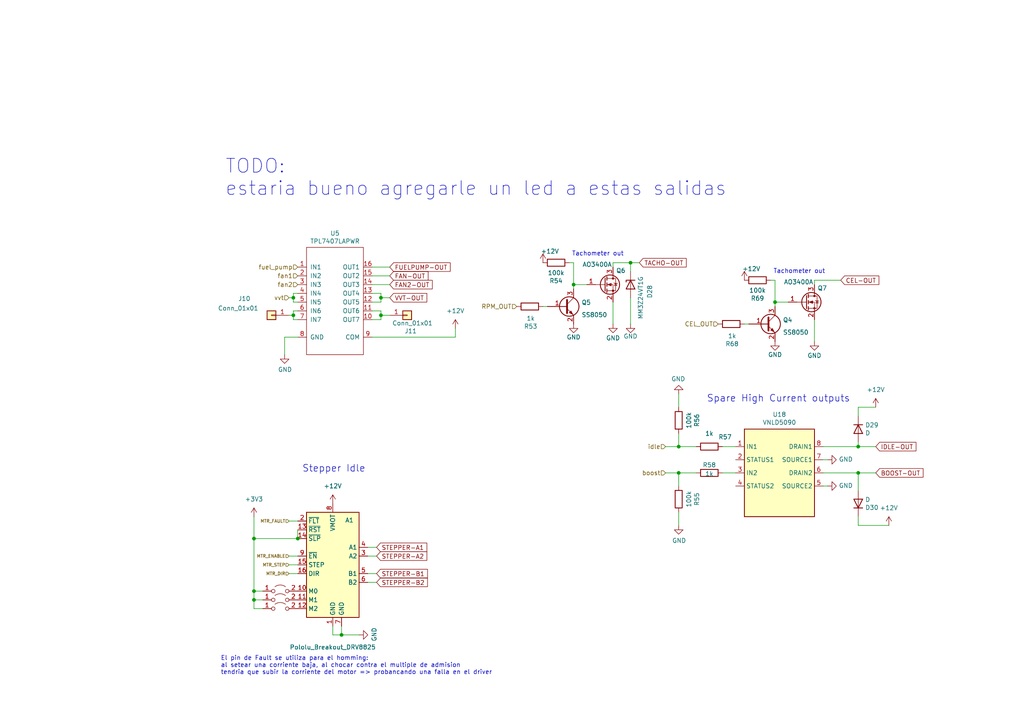
<source format=kicad_sch>
(kicad_sch (version 20231120) (generator "eeschema") (generator_version "8.0")
  (paper "A4")
  (title_block (title "μEFI (Speeduino FW compatible)") (date "2023-12-25") (rev "v6.1") (company "Churrosoft ®") (comment 1 "CERN-OHL-S-2.0 license"))
  (lib_symbols
    (symbol "Connector_Generic:Conn_01x01" (pin_names (offset 1.016) hide)
      (property "Reference" "J" (at 0 2.54 0))
      (property "Value" "Conn_01x01" (at 0 -2.54 0))
      (symbol "Conn_01x01_1_1"
        (rectangle (start -1.27 0.127) (end 0 -0.127) (stroke (width 0.1524)))
        (rectangle (start -1.27 1.27) (end 1.27 -1.27) (stroke (width 0.254)) (fill (type background)))
        (pin passive line (at -5.08 0 0) (length 3.81) (name "Pin_1") (number "1"))
      )
    )
    (symbol "Device:D" (pin_numbers hide) (pin_names (offset 1.016) hide)
      (property "Reference" "D" (at 0 2.54 0))
      (property "Value" "D" (at 0 -2.54 0))
      (symbol "D_0_1"
        (polyline (pts (xy -1.27 1.27) (xy -1.27 -1.27)) (stroke (width 0.254)))
        (polyline (pts (xy 1.27 0) (xy -1.27 0)))
        (polyline (pts (xy 1.27 1.27) (xy 1.27 -1.27) (xy -1.27 0) (xy 1.27 1.27)) (stroke (width 0.254)))
      )
      (symbol "D_1_1"
        (pin passive line (at -3.81 0 0) (length 2.54) (name "K") (number "1"))
        (pin passive line (at 3.81 0 180) (length 2.54) (name "A") (number "2"))
      )
    )
    (symbol "Device:D_Zener" (pin_numbers hide) (pin_names (offset 1.016) hide)
      (property "Reference" "D" (at 0 2.54 0))
      (property "Value" "D_Zener" (at 0 -2.54 0))
      (symbol "D_Zener_0_1"
        (polyline (pts (xy 1.27 0) (xy -1.27 0)))
        (polyline (pts (xy -1.27 -1.27) (xy -1.27 1.27) (xy -0.762 1.27)) (stroke (width 0.254)))
        (polyline (pts (xy 1.27 -1.27) (xy 1.27 1.27) (xy -1.27 0) (xy 1.27 -1.27)) (stroke (width 0.254)))
      )
      (symbol "D_Zener_1_1"
        (pin passive line (at -3.81 0 0) (length 2.54) (name "K") (number "1"))
        (pin passive line (at 3.81 0 180) (length 2.54) (name "A") (number "2"))
      )
    )
    (symbol "Device:R" (pin_numbers hide) (pin_names (offset 0))
      (property "Reference" "R" (at 2.032 0 90))
      (property "Value" "R" (at 0 0 90))
      (symbol "R_0_1"
        (rectangle (start -1.016 -2.54) (end 1.016 2.54) (stroke (width 0.254)))
      )
      (symbol "R_1_1"
        (pin passive line (at 0 3.81 270) (length 1.27) (name "~") (number "1"))
        (pin passive line (at 0 -3.81 90) (length 1.27) (name "~") (number "2"))
      )
    )
    (symbol "Driver_Motor:Pololu_Breakout_DRV8825"
      (property "Reference" "A" (at -2.54 16.51 0))
      (property "Value" "Pololu_Breakout_DRV8825" (at -2.54 13.97 0))
      (symbol "Pololu_Breakout_DRV8825_0_1"
        (rectangle (start 7.62 -17.78) (end -7.62 12.7) (stroke (width 0.254)) (fill (type background)))
      )
      (symbol "Pololu_Breakout_DRV8825_1_1"
        (pin power_in line (at 0 -20.32 90) (length 2.54) (name "GND") (number "1"))
        (pin input line (at -10.16 -10.16 0) (length 2.54) (name "M0") (number "10"))
        (pin input line (at -10.16 -12.7 0) (length 2.54) (name "M1") (number "11"))
        (pin input line (at -10.16 -15.24 0) (length 2.54) (name "M2") (number "12"))
        (pin input line (at -10.16 7.62 0) (length 2.54) (name "~{RST}") (number "13"))
        (pin input line (at -10.16 5.08 0) (length 2.54) (name "~{SLP}") (number "14"))
        (pin input line (at -10.16 -2.54 0) (length 2.54) (name "STEP") (number "15"))
        (pin input line (at -10.16 -5.08 0) (length 2.54) (name "DIR") (number "16"))
        (pin output line (at -10.16 10.16 0) (length 2.54) (name "~{FLT}") (number "2"))
        (pin output line (at 10.16 0 180) (length 2.54) (name "A2") (number "3"))
        (pin output line (at 10.16 2.54 180) (length 2.54) (name "A1") (number "4"))
        (pin output line (at 10.16 -5.08 180) (length 2.54) (name "B1") (number "5"))
        (pin output line (at 10.16 -7.62 180) (length 2.54) (name "B2") (number "6"))
        (pin power_in line (at 2.54 -20.32 90) (length 2.54) (name "GND") (number "7"))
        (pin power_in line (at 0 15.24 270) (length 2.54) (name "VMOT") (number "8"))
        (pin input line (at -10.16 0 0) (length 2.54) (name "~{EN}") (number "9"))
      )
    )
    (symbol "Jumper:Jumper_2_Open" (pin_names (offset 0) hide)
      (property "Reference" "JP" (at 0 2.794 0))
      (property "Value" "Jumper_2_Open" (at 0 -2.286 0))
      (symbol "Jumper_2_Open_0_0"
        (circle (center -2.032 0) (radius 0.508))
        (circle (center 2.032 0) (radius 0.508))
      )
      (symbol "Jumper_2_Open_0_1"
        (arc (start 1.524 1.27) (mid 0 1.778) (end -1.524 1.27))
      )
      (symbol "Jumper_2_Open_1_1"
        (pin passive line (at -5.08 0 0) (length 2.54) (name "A") (number "1"))
        (pin passive line (at 5.08 0 180) (length 2.54) (name "B") (number "2"))
      )
    )
    (symbol "OpenEFI-STM32-rev3:TPL7407LAPWR" (pin_names (offset 1.016))
      (property "Reference" "U" (at -6.985 5.08 0))
      (property "Value" "TPL7407LAPWR" (at 0 -22.86 0))
      (symbol "TPL7407LAPWR_0_1"
        (rectangle (start -8.255 6.35) (end 8.255 -24.765))
      )
      (symbol "TPL7407LAPWR_1_1"
        (pin input line (at -10.795 0.635 0) (length 2.54) (name "IN1") (number "1"))
        (pin output line (at 10.795 -14.605 180) (length 2.54) (name "OUT7") (number "10"))
        (pin output line (at 10.795 -12.065 180) (length 2.54) (name "OUT6") (number "11"))
        (pin output line (at 10.795 -9.525 180) (length 2.54) (name "OUT5") (number "12"))
        (pin output line (at 10.795 -6.985 180) (length 2.54) (name "OUT4") (number "13"))
        (pin output line (at 10.795 -4.445 180) (length 2.54) (name "OUT3") (number "14"))
        (pin output line (at 10.795 -1.905 180) (length 2.54) (name "OUT2") (number "15"))
        (pin output line (at 10.795 0.635 180) (length 2.54) (name "OUT1") (number "16"))
        (pin input line (at -10.795 -1.905 0) (length 2.54) (name "IN2") (number "2"))
        (pin input line (at -10.795 -4.445 0) (length 2.54) (name "IN3") (number "3"))
        (pin input line (at -10.795 -6.985 0) (length 2.54) (name "IN4") (number "4"))
        (pin input line (at -10.795 -9.525 0) (length 2.54) (name "IN5") (number "5"))
        (pin input line (at -10.795 -12.065 0) (length 2.54) (name "IN6") (number "6"))
        (pin input line (at -10.795 -14.605 0) (length 2.54) (name "IN7") (number "7"))
        (pin input line (at -10.795 -19.685 0) (length 2.54) (name "GND") (number "8"))
        (pin input line (at 10.795 -19.685 180) (length 2.54) (name "COM") (number "9"))
      )
    )
    (symbol "Transistor_BJT:2N3055" (pin_names (offset 0) hide)
      (property "Reference" "Q" (at 5.08 1.905 0))
      (property "Value" "2N3055" (at 5.08 0 0))
      (symbol "2N3055_0_1"
        (polyline (pts (xy 0.635 0.635) (xy 2.54 2.54)))
        (polyline (pts (xy 0.635 -0.635) (xy 2.54 -2.54) (xy 2.54 -2.54)))
        (polyline (pts (xy 0.635 1.905) (xy 0.635 -1.905) (xy 0.635 -1.905)) (stroke (width 0.508)))
        (polyline (pts (xy 1.27 -1.778) (xy 1.778 -1.27) (xy 2.286 -2.286) (xy 1.27 -1.778) (xy 1.27 -1.778)) (fill (type outline)))
        (circle (center 1.27 0) (radius 2.8194) (stroke (width 0.254)))
      )
      (symbol "2N3055_1_1"
        (pin input line (at -5.08 0 0) (length 5.715) (name "B") (number "1"))
        (pin passive line (at 2.54 -5.08 90) (length 2.54) (name "E") (number "2"))
        (pin passive line (at 2.54 5.08 270) (length 2.54) (name "C") (number "3"))
      )
    )
    (symbol "Transistor_FET:AO3400A" (pin_names hide)
      (property "Reference" "Q" (at 5.08 1.905 0))
      (property "Value" "AO3400A" (at 5.08 0 0))
      (symbol "AO3400A_0_1"
        (polyline (pts (xy 0.254 0) (xy -2.54 0)))
        (polyline (pts (xy 0.254 1.905) (xy 0.254 -1.905)) (stroke (width 0.254)))
        (polyline (pts (xy 0.762 -1.27) (xy 0.762 -2.286)) (stroke (width 0.254)))
        (polyline (pts (xy 0.762 0.508) (xy 0.762 -0.508)) (stroke (width 0.254)))
        (polyline (pts (xy 0.762 2.286) (xy 0.762 1.27)) (stroke (width 0.254)))
        (polyline (pts (xy 2.54 2.54) (xy 2.54 1.778)))
        (polyline (pts (xy 2.54 -2.54) (xy 2.54 0) (xy 0.762 0)))
        (polyline (pts (xy 0.762 -1.778) (xy 3.302 -1.778) (xy 3.302 1.778) (xy 0.762 1.778)))
        (polyline (pts (xy 1.016 0) (xy 2.032 0.381) (xy 2.032 -0.381) (xy 1.016 0)) (fill (type outline)))
        (polyline (pts (xy 2.794 0.508) (xy 2.921 0.381) (xy 3.683 0.381) (xy 3.81 0.254)))
        (polyline (pts (xy 3.302 0.381) (xy 2.921 -0.254) (xy 3.683 -0.254) (xy 3.302 0.381)))
        (circle (center 1.651 0) (radius 2.794) (stroke (width 0.254)))
        (circle (center 2.54 -1.778) (radius 0.254) (fill (type outline)))
        (circle (center 2.54 1.778) (radius 0.254) (fill (type outline)))
      )
      (symbol "AO3400A_1_1"
        (pin input line (at -5.08 0 0) (length 2.54) (name "G") (number "1"))
        (pin passive line (at 2.54 -5.08 90) (length 2.54) (name "S") (number "2"))
        (pin passive line (at 2.54 5.08 270) (length 2.54) (name "D") (number "3"))
      )
    )
    (symbol "power:+12V" (power) (pin_names (offset 0))
      (property "Value" "+12V" (at 0 3.556 0))
      (symbol "+12V_0_1"
        (polyline (pts (xy -0.762 1.27) (xy 0 2.54)))
        (polyline (pts (xy 0 0) (xy 0 2.54)))
        (polyline (pts (xy 0 2.54) (xy 0.762 1.27)))
      )
      (symbol "+12V_1_1"
        (pin power_in line (at 0 0 90) (length 0) hide (name "+12V") (number "1"))
      )
    )
    (symbol "power:+3V3" (power) (pin_names (offset 0))
      (property "Value" "+3V3" (at 0 3.556 0))
      (symbol "+3V3_0_1"
        (polyline (pts (xy -0.762 1.27) (xy 0 2.54)))
        (polyline (pts (xy 0 0) (xy 0 2.54)))
        (polyline (pts (xy 0 2.54) (xy 0.762 1.27)))
      )
      (symbol "+3V3_1_1"
        (pin power_in line (at 0 0 90) (length 0) hide (name "+3V3") (number "1"))
      )
    )
    (symbol "power:GND" (power) (pin_names (offset 0))
      (property "Value" "GND" (at 0 -3.81 0))
      (symbol "GND_0_1"
        (polyline (pts (xy 0 0) (xy 0 -1.27) (xy 1.27 -1.27) (xy 0 -2.54) (xy -1.27 -1.27) (xy 0 -1.27)))
      )
      (symbol "GND_1_1"
        (pin power_in line (at 0 0 270) (length 0) hide (name "GND") (number "1"))
      )
    )
    (symbol "v0.4.4d-rescue:VNLD5090-IC_Automotive-v0.4.4c-rescue"
      (property "Reference" "U" (at -7.62 11.43 0))
      (property "Value" "v0.4.4c-rescue_VNLD5090-IC_Automotive" (at 12.7 11.43 0))
      (symbol "VNLD5090-IC_Automotive-v0.4.4c-rescue_0_1"
        (rectangle (start -7.62 -15.24) (end 12.7 10.16) (stroke (width 0.254)) (fill (type background)))
      )
      (symbol "VNLD5090-IC_Automotive-v0.4.4c-rescue_1_1"
        (pin input line (at -10.16 5.08 0) (length 2.54) (name "IN1") (number "1"))
        (pin output line (at -10.16 1.27 0) (length 2.54) (name "STATUS1") (number "2"))
        (pin input line (at -10.16 -2.54 0) (length 2.54) (name "IN2") (number "3"))
        (pin output line (at -10.16 -6.35 0) (length 2.54) (name "STATUS2") (number "4"))
        (pin input line (at 15.24 -6.35 180) (length 2.54) (name "SOURCE2") (number "5"))
        (pin output line (at 15.24 -2.54 180) (length 2.54) (name "DRAIN2") (number "6"))
        (pin input line (at 15.24 1.27 180) (length 2.54) (name "SOURCE1") (number "7"))
        (pin output line (at 15.24 5.08 180) (length 2.54) (name "DRAIN1") (number "8"))
      )
    )
  )
  (junction (at 248.92 129.54))
  (junction (at 73.66 156.21))
  (junction (at 248.92 137.16))
  (junction (at 73.66 171.45))
  (junction (at 110.49 91.44))
  (junction (at 110.49 86.36))
  (junction (at 196.85 129.54))
  (junction (at 86.36 156.21))
  (junction (at 224.79 87.63))
  (junction (at 166.37 82.55))
  (junction (at 196.85 137.16))
  (junction (at 182.88 76.2))
  (junction (at 73.66 173.99))
  (junction (at 99.06 184.15))
  (junction (at 85.09 86.36))
  (junction (at 85.09 91.44))
  (wire (pts (xy 86.36 90.17) (xy 85.09 90.17)))
  (wire (pts (xy 73.66 156.21) (xy 86.36 156.21)))
  (wire (pts (xy 177.8 76.2) (xy 177.8 77.47)))
  (wire (pts (xy 85.09 86.36) (xy 83.82 86.36)))
  (wire (pts (xy 96.52 184.15) (xy 96.52 181.61)))
  (wire (pts (xy 73.66 149.86) (xy 73.66 156.21)))
  (wire (pts (xy 99.06 184.15) (xy 96.52 184.15)))
  (wire (pts (xy 248.92 129.54) (xy 254 129.54)))
  (wire (pts (xy 209.55 129.54) (xy 213.36 129.54)))
  (wire (pts (xy 73.66 171.45) (xy 73.66 156.21)))
  (wire (pts (xy 248.92 137.16) (xy 248.92 142.24)))
  (wire (pts (xy 177.8 76.2) (xy 182.88 76.2)))
  (wire (pts (xy 224.79 81.28) (xy 224.79 87.63)))
  (wire (pts (xy 85.09 91.44) (xy 83.82 91.44)))
  (wire (pts (xy 157.48 88.9) (xy 158.75 88.9)))
  (wire (pts (xy 177.8 93.98) (xy 177.8 87.63)))
  (wire (pts (xy 99.06 181.61) (xy 99.06 184.15)))
  (wire (pts (xy 85.09 85.09) (xy 85.09 86.36)))
  (wire (pts (xy 240.03 140.97) (xy 238.76 140.97)))
  (wire (pts (xy 109.22 161.29) (xy 106.68 161.29)))
  (wire (pts (xy 248.92 137.16) (xy 254 137.16)))
  (wire (pts (xy 73.66 173.99) (xy 76.2 173.99)))
  (wire (pts (xy 113.03 91.44) (xy 110.49 91.44)))
  (wire (pts (xy 182.88 93.98) (xy 182.88 86.36)))
  (wire (pts (xy 113.03 82.55) (xy 107.95 82.55)))
  (wire (pts (xy 196.85 148.59) (xy 196.85 152.4)))
  (wire (pts (xy 248.92 118.11) (xy 254 118.11)))
  (wire (pts (xy 110.49 86.36) (xy 110.49 87.63)))
  (wire (pts (xy 170.18 82.55) (xy 166.37 82.55)))
  (wire (pts (xy 182.88 76.2) (xy 182.88 78.74)))
  (wire (pts (xy 165.1 76.2) (xy 166.37 76.2)))
  (wire (pts (xy 209.55 137.16) (xy 213.36 137.16)))
  (wire (pts (xy 83.82 151.13) (xy 86.36 151.13)))
  (wire (pts (xy 196.85 140.97) (xy 196.85 137.16)))
  (wire (pts (xy 236.22 81.28) (xy 236.22 82.55)))
  (wire (pts (xy 106.68 158.75) (xy 109.22 158.75)))
  (wire (pts (xy 193.04 137.16) (xy 196.85 137.16)))
  (wire (pts (xy 224.79 88.9) (xy 224.79 87.63)))
  (wire (pts (xy 107.95 92.71) (xy 110.49 92.71)))
  (wire (pts (xy 86.36 85.09) (xy 85.09 85.09)))
  (wire (pts (xy 85.09 90.17) (xy 85.09 91.44)))
  (wire (pts (xy 166.37 76.2) (xy 166.37 82.55)))
  (wire (pts (xy 238.76 137.16) (xy 248.92 137.16)))
  (wire (pts (xy 73.66 171.45) (xy 76.2 171.45)))
  (wire (pts (xy 228.6 87.63) (xy 224.79 87.63)))
  (wire (pts (xy 248.92 128.27) (xy 248.92 129.54)))
  (wire (pts (xy 132.08 95.25) (xy 132.08 97.79)))
  (wire (pts (xy 85.09 87.63) (xy 85.09 86.36)))
  (wire (pts (xy 196.85 125.73) (xy 196.85 129.54)))
  (wire (pts (xy 238.76 129.54) (xy 248.92 129.54)))
  (wire (pts (xy 196.85 118.11) (xy 196.85 114.3)))
  (wire (pts (xy 132.08 97.79) (xy 107.95 97.79)))
  (wire (pts (xy 110.49 91.44) (xy 110.49 90.17)))
  (wire (pts (xy 166.37 83.82) (xy 166.37 82.55)))
  (wire (pts (xy 223.52 81.28) (xy 224.79 81.28)))
  (wire (pts (xy 215.9 93.98) (xy 217.17 93.98)))
  (wire (pts (xy 248.92 118.11) (xy 248.92 120.65)))
  (wire (pts (xy 85.09 92.71) (xy 85.09 91.44)))
  (wire (pts (xy 83.82 161.29) (xy 86.36 161.29)))
  (wire (pts (xy 107.95 85.09) (xy 110.49 85.09)))
  (wire (pts (xy 86.36 92.71) (xy 85.09 92.71)))
  (wire (pts (xy 73.66 173.99) (xy 73.66 171.45)))
  (wire (pts (xy 76.2 176.53) (xy 73.66 176.53)))
  (wire (pts (xy 113.03 80.01) (xy 107.95 80.01)))
  (wire (pts (xy 110.49 87.63) (xy 107.95 87.63)))
  (wire (pts (xy 113.03 86.36) (xy 110.49 86.36)))
  (wire (pts (xy 73.66 176.53) (xy 73.66 173.99)))
  (wire (pts (xy 236.22 81.28) (xy 243.84 81.28)))
  (wire (pts (xy 86.36 156.21) (xy 86.36 153.67)))
  (wire (pts (xy 86.36 163.83) (xy 83.82 163.83)))
  (wire (pts (xy 201.93 129.54) (xy 196.85 129.54)))
  (wire (pts (xy 110.49 90.17) (xy 107.95 90.17)))
  (wire (pts (xy 82.55 97.79) (xy 86.36 97.79)))
  (wire (pts (xy 238.76 133.35) (xy 240.03 133.35)))
  (wire (pts (xy 106.68 166.37) (xy 109.22 166.37)))
  (wire (pts (xy 83.82 166.37) (xy 86.36 166.37)))
  (wire (pts (xy 182.88 76.2) (xy 185.42 76.2)))
  (wire (pts (xy 110.49 85.09) (xy 110.49 86.36)))
  (wire (pts (xy 104.14 184.15) (xy 99.06 184.15)))
  (wire (pts (xy 193.04 129.54) (xy 196.85 129.54)))
  (wire (pts (xy 248.92 152.4) (xy 248.92 149.86)))
  (wire (pts (xy 196.85 137.16) (xy 201.93 137.16)))
  (wire (pts (xy 86.36 87.63) (xy 85.09 87.63)))
  (wire (pts (xy 110.49 92.71) (xy 110.49 91.44)))
  (wire (pts (xy 109.22 168.91) (xy 106.68 168.91)))
  (wire (pts (xy 236.22 99.06) (xy 236.22 92.71)))
  (wire (pts (xy 82.55 102.87) (xy 82.55 97.79)))
  (wire (pts (xy 113.03 77.47) (xy 107.95 77.47)))
  (wire (pts (xy 248.92 152.4) (xy 257.81 152.4)))
  (text "Tachometer out" (at 224.282 79.502 0) (effects (font (size 1.27 1.27)) (justify left bottom)))
  (text "Spare High Current outputs" (at 204.978 116.84 0) (effects (font (size 1.9812 1.9812)) (justify left bottom)))
  (text "El pin de Fault se utiliza para el homming:\nal setear una corriente baja, al chocar contra el multiple de admision\ntendria que subir la corriente del motor => probancando una falla en el driver" (at 64.008 193.04 0) (effects (font (size 1.27 1.27)) (justify left)))
  (text "TODO:\nestaria bueno agregarle un led a estas salidas" (at 65.278 51.562 0) (effects (font (size 4 4)) (justify left)))
  (text "Stepper Idle" (at 87.63 137.16 0) (effects (font (size 1.9812 1.9812)) (justify left bottom)))
  (text "Tachometer out" (at 165.862 74.422 0) (effects (font (size 1.27 1.27)) (justify left bottom)))
  (global_label "CEL-OUT" (shape input) (at 243.84 81.28 0) (property "Intersheetrefs" "${INTERSHEET_REFS}" (effects (hide yes))))
  (global_label "FAN2-OUT" (shape input) (at 113.03 82.55 0) (property "Intersheetrefs" "${INTERSHEET_REFS}" (effects (hide yes))))
  (global_label "BOOST-OUT" (shape input) (at 254 137.16 0) (property "Intersheetrefs" "${INTERSHEET_REFS}" (effects (hide yes))))
  (global_label "IDLE-OUT" (shape input) (at 254 129.54 0) (property "Intersheetrefs" "${INTERSHEET_REFS}" (effects (hide yes))))
  (global_label "STEPPER-B1" (shape input) (at 109.22 166.37 0) (property "Intersheetrefs" "${INTERSHEET_REFS}" (effects (hide yes))))
  (global_label "FUELPUMP-OUT" (shape input) (at 113.03 77.47 0) (property "Intersheetrefs" "${INTERSHEET_REFS}" (effects (hide yes))))
  (global_label "STEPPER-A1" (shape input) (at 109.22 158.75 0) (property "Intersheetrefs" "${INTERSHEET_REFS}" (effects (hide yes))))
  (global_label "STEPPER-B2" (shape input) (at 109.22 168.91 0) (property "Intersheetrefs" "${INTERSHEET_REFS}" (effects (hide yes))))
  (global_label "STEPPER-A2" (shape input) (at 109.22 161.29 0) (property "Intersheetrefs" "${INTERSHEET_REFS}" (effects (hide yes))))
  (global_label "VVT-OUT" (shape input) (at 113.03 86.36 0) (property "Intersheetrefs" "${INTERSHEET_REFS}" (effects (hide yes))))
  (global_label "FAN-OUT" (shape input) (at 113.03 80.01 0) (property "Intersheetrefs" "${INTERSHEET_REFS}" (effects (hide yes))))
  (global_label "TACHO-OUT" (shape input) (at 185.42 76.2 0) (property "Intersheetrefs" "${INTERSHEET_REFS}" (effects (hide yes))))
  (hierarchical_label "RPM_OUT" (shape input) (at 149.86 88.9 180))
  (hierarchical_label "fuel_pump" (shape input) (at 86.36 77.47 180))
  (hierarchical_label "idle" (shape input) (at 193.04 129.54 180))
  (hierarchical_label "MTR_STEP" (shape input) (at 83.82 163.83 180) (effects (font (size 0.889 0.889))))
  (hierarchical_label "CEL_OUT" (shape input) (at 208.28 93.98 180))
  (hierarchical_label "fan2" (shape input) (at 86.36 82.55 180))
  (hierarchical_label "MTR_ENABLE" (shape input) (at 83.82 161.29 180) (effects (font (size 0.889 0.889))))
  (hierarchical_label "fan1" (shape input) (at 86.36 80.01 180))
  (hierarchical_label "vvt" (shape input) (at 83.82 86.36 180))
  (hierarchical_label "MTR_FAULT" (shape input) (at 83.82 151.13 180) (effects (font (size 0.889 0.889))))
  (hierarchical_label "boost" (shape input) (at 193.04 137.16 180))
  (hierarchical_label "MTR_DIR" (shape input) (at 83.82 166.37 180) (effects (font (size 0.889 0.889))))
  (symbol (lib_id "Transistor_FET:AO3400A") (at 233.68 87.63 0) (unit 1)
    (property "Reference" "Q7" (at 237.109 83.5659 0) (effects (justify left)))
    (property "Value" "AO3400A" (at 227.33 81.788 0) (effects (justify left)))
    (property "Footprint" "Package_TO_SOT_SMD:SOT-23" (effects (hide yes)))
    (property "Datasheet" "http://www.aosmd.com/pdfs/datasheet/AO3400A.pdf" (effects (hide yes)))
    (property "LCSC" "C347475" (effects (hide yes)))
  )
  (symbol (lib_id "power:GND") (at 104.14 184.15 90) (unit 1)
    (property "Reference" "#PWR0138" (effects (hide yes)))
    (property "Value" "GND" (at 108.5342 184.023 0))
  )
  (symbol (lib_id "power:+12V") (at 215.9 81.28 0) (unit 1)
    (property "Reference" "#PWR0101" (effects (hide yes)))
    (property "Value" "+12V" (at 215.2651 77.978 0) (effects (justify left)))
  )
  (symbol (lib_id "Device:R") (at 205.74 129.54 90) (unit 1)
    (property "Reference" "R57" (at 210.312 126.746 90))
    (property "Value" "1k" (at 205.74 125.73 90))
    (property "Footprint" "Resistor_SMD:R_0603_1608Metric" (effects (hide yes)))
    (property "Manufacturer_Name" "Yageo" (effects (hide yes)))
    (property "Manufacturer_Part_Number" "RC0805FR-071KL" (effects (hide yes)))
    (property "Digikey Part Number" "311-1.00KCRCT-ND" (effects (hide yes)))
    (property "LCSC" "C21190" (effects (hide yes)))
  )
  (symbol (lib_id "power:GND") (at 224.79 99.06 0) (unit 1)
    (property "Reference" "#PWR0177" (effects (hide yes)))
    (property "Value" "GND" (at 224.79 102.87 0))
  )
  (symbol (lib_id "power:+3V3") (at 73.66 149.86 0) (unit 1)
    (property "Reference" "#PWR0137" (effects (hide yes)))
    (property "Value" "+3V3" (at 73.66 144.78 0))
    (property "Description" "Power symbol creates a global label with name \"+3V3\"" (effects (hide yes)))
  )
  (symbol (lib_id "power:+12V") (at 96.52 146.05 0) (unit 1)
    (property "Reference" "#PWR0139" (effects (hide yes)))
    (property "Value" "+12V" (at 96.52 140.97 0))
  )
  (symbol (lib_id "Connector_Generic:Conn_01x01") (at 78.74 91.44 180) (unit 1) (in_bom no)
    (property "Reference" "J10" (at 70.866 86.614 0))
    (property "Value" "Conn_01x01" (at 69.088 89.408 0))
    (property "Footprint" "TestPoint:TestPoint_THTPad_2.0x2.0mm_Drill1.0mm" (effects (hide yes)))
    (property "Description" "Generic connector, single row, 01x01, script generated (kicad-library-utils/schlib/autogen/connector/)" (effects (hide yes)))
  )
  (symbol (lib_id "power:GND") (at 82.55 102.87 0) (unit 1)
    (property "Reference" "#PWR0127" (effects (hide yes)))
    (property "Value" "GND" (at 82.6643 107.1944 0))
  )
  (symbol (lib_id "power:GND") (at 166.37 93.98 0) (unit 1)
    (property "Reference" "#PWR0130" (effects (hide yes)))
    (property "Value" "GND" (at 166.37 97.79 0))
  )
  (symbol (lib_id "Jumper:Jumper_2_Open") (at 81.28 173.99 0) (unit 1) (in_bom no)
    (property "Reference" "JP7" (effects (hide yes)))
    (property "Value" "Jumper_2_Open" (effects (hide yes)))
    (property "Footprint" "Jumper:SolderJumper-2_P1.3mm_Open_Pad1.0x1.5mm" (effects (hide yes)))
    (property "Description" "Jumper, 2-pole, open" (effects (hide yes)))
  )
  (symbol (lib_id "Device:R") (at 196.85 144.78 0) (mirror x) (unit 1)
    (property "Reference" "R55" (at 202.1078 144.78 90))
    (property "Value" "100k" (at 199.7964 144.78 90))
    (property "Footprint" "Resistor_SMD:R_0603_1608Metric" (effects (hide yes)))
    (property "LCSC" "C25803" (effects (hide yes)))
    (property "STOCK" "44" (effects (hide yes)))
  )
  (symbol (lib_id "power:+12V") (at 132.08 95.25 0) (unit 1)
    (property "Reference" "#PWR0128" (effects (hide yes)))
    (property "Value" "+12V" (at 132.08 90.17 0))
  )
  (symbol (lib_id "OpenEFI-STM32-rev3:TPL7407LAPWR") (at 97.155 78.105 0) (unit 1)
    (property "Reference" "U5" (at 97.155 67.6718 0))
    (property "Value" "TPL7407LAPWR" (at 97.155 69.9705 0))
    (property "Footprint" "Package_SO:TSSOP-16_4.4x5mm_P0.65mm" (effects (hide yes)))
    (property "LCSC" "C91443" (effects (hide yes)))
  )
  (symbol (lib_id "Transistor_BJT:2N3055") (at 163.83 88.9 0) (unit 1)
    (property "Reference" "Q5" (at 168.656 87.7316 0) (effects (justify left)))
    (property "Value" "SS8050" (at 168.656 91.313 0) (effects (justify left)))
    (property "Footprint" "Package_TO_SOT_SMD:SOT-23" (effects (hide yes)))
    (property "Datasheet" "http://www.onsemi.com/pub_link/Collateral/2N3055-D.PDF" (effects (hide yes)))
    (property "LCSC" "C2150" (effects (hide yes)))
  )
  (symbol (lib_id "Jumper:Jumper_2_Open") (at 81.28 176.53 0) (unit 1) (in_bom no)
    (property "Reference" "JP8" (effects (hide yes)))
    (property "Value" "Jumper_2_Open" (effects (hide yes)))
    (property "Footprint" "Jumper:SolderJumper-2_P1.3mm_Open_Pad1.0x1.5mm" (effects (hide yes)))
    (property "Description" "Jumper, 2-pole, open" (effects (hide yes)))
  )
  (symbol (lib_id "Device:R") (at 161.29 76.2 90) (mirror x) (unit 1)
    (property "Reference" "R54" (at 161.29 81.4578 90))
    (property "Value" "100k" (at 161.29 79.1464 90))
    (property "Footprint" "Resistor_SMD:R_0603_1608Metric" (effects (hide yes)))
    (property "LCSC" "C25803" (effects (hide yes)))
    (property "STOCK" "44" (effects (hide yes)))
  )
  (symbol (lib_id "power:GND") (at 240.03 133.35 90) (unit 1)
    (property "Reference" "#PWR0135" (effects (hide yes)))
    (property "Value" "GND" (at 243.2812 133.223 90) (effects (justify right)))
  )
  (symbol (lib_id "Device:R") (at 212.09 93.98 90) (mirror x) (unit 1)
    (property "Reference" "R68" (at 212.344 99.7458 90))
    (property "Value" "1k" (at 212.344 97.4344 90))
    (property "Footprint" "Resistor_SMD:R_0603_1608Metric" (effects (hide yes)))
    (property "LCSC" "C21190" (effects (hide yes)))
  )
  (symbol (lib_id "Device:D_Zener") (at 182.88 82.55 90) (mirror x) (unit 1)
    (property "Reference" "D28" (at 188.468 84.582 0))
    (property "Value" "MM3Z24VT1G" (at 185.801 86.36 0))
    (property "Footprint" "Diode_SMD:D_SOD-323" (effects (hide yes)))
    (property "STOCK" "BI000000597" (effects (hide yes)))
    (property "LCSC" "C894524" (effects (hide yes)))
  )
  (symbol (lib_id "Device:R") (at 153.67 88.9 90) (mirror x) (unit 1)
    (property "Reference" "R53" (at 153.924 94.6658 90))
    (property "Value" "1k" (at 153.924 92.3544 90))
    (property "Footprint" "Resistor_SMD:R_0603_1608Metric" (effects (hide yes)))
    (property "LCSC" "C21190" (effects (hide yes)))
  )
  (symbol (lib_id "Jumper:Jumper_2_Open") (at 81.28 171.45 0) (unit 1) (in_bom no)
    (property "Reference" "JP6" (effects (hide yes)))
    (property "Value" "Jumper_2_Open" (effects (hide yes)))
    (property "Footprint" "Jumper:SolderJumper-2_P1.3mm_Open_Pad1.0x1.5mm" (effects (hide yes)))
    (property "Description" "Jumper, 2-pole, open" (effects (hide yes)))
  )
  (symbol (lib_id "power:+12V") (at 257.81 152.4 0) (unit 1)
    (property "Reference" "#PWR0174" (effects (hide yes)))
    (property "Value" "+12V" (at 257.81 147.32 0))
    (property "Description" "Power symbol creates a global label with name \"+12V\"" (effects (hide yes)))
  )
  (symbol (lib_id "Transistor_FET:AO3400A") (at 175.26 82.55 0) (unit 1)
    (property "Reference" "Q6" (at 178.689 78.4859 0) (effects (justify left)))
    (property "Value" "AO3400A" (at 168.91 76.708 0) (effects (justify left)))
    (property "Footprint" "Package_TO_SOT_SMD:SOT-23" (effects (hide yes)))
    (property "Datasheet" "http://www.aosmd.com/pdfs/datasheet/AO3400A.pdf" (effects (hide yes)))
    (property "LCSC" "C347475" (effects (hide yes)))
  )
  (symbol (lib_id "power:GND") (at 236.22 99.06 0) (unit 1)
    (property "Reference" "#PWR0178" (effects (hide yes)))
    (property "Value" "GND" (at 236.22 103.124 0))
  )
  (symbol (lib_id "power:GND") (at 177.8 93.98 0) (unit 1)
    (property "Reference" "#PWR0131" (effects (hide yes)))
    (property "Value" "GND" (at 177.8 98.044 0))
  )
  (symbol (lib_id "Device:R") (at 219.71 81.28 90) (mirror x) (unit 1)
    (property "Reference" "R69" (at 219.71 86.5378 90))
    (property "Value" "100k" (at 219.71 84.2264 90))
    (property "Footprint" "Resistor_SMD:R_0603_1608Metric" (effects (hide yes)))
    (property "LCSC" "C25803" (effects (hide yes)))
    (property "STOCK" "44" (effects (hide yes)))
  )
  (symbol (lib_id "Device:D") (at 248.92 146.05 270) (mirror x) (unit 1)
    (property "Reference" "D30" (at 250.9266 147.2184 90) (effects (justify left)))
    (property "Value" "D" (at 250.9266 144.907 90) (effects (justify left)))
    (property "Footprint" "Diode_SMD:D_SOD-123F" (effects (hide yes)))
    (property "Digikey Part Number" "S110FACT-ND" (effects (hide yes)))
    (property "Manufacturer_Name" "ONSEMI" (effects (hide yes)))
    (property "Manufacturer_Part_Number" "S110FA" (effects (hide yes)))
    (property "URL" "https://www.digikey.com/en/products/detail/on-semiconductor/S110FA/5892098" (effects (hide yes)))
    (property "LCSC" "C556397" (effects (hide yes)))
  )
  (symbol (lib_id "power:GND") (at 240.03 140.97 90) (unit 1)
    (property "Reference" "#PWR0136" (effects (hide yes)))
    (property "Value" "GND" (at 243.2812 140.843 90) (effects (justify right)))
  )
  (symbol (lib_id "power:GND") (at 182.88 93.98 0) (unit 1)
    (property "Reference" "#PWR0132" (effects (hide yes)))
    (property "Value" "GND" (at 182.88 97.536 0))
  )
  (symbol (lib_id "power:+12V") (at 157.48 76.2 0) (unit 1)
    (property "Reference" "#PWR0129" (effects (hide yes)))
    (property "Value" "+12V" (at 156.8451 72.898 0) (effects (justify left)))
  )
  (symbol (lib_id "Connector_Generic:Conn_01x01") (at 118.11 91.44 0) (unit 1) (in_bom no)
    (property "Reference" "J11" (at 119.126 96.012 0))
    (property "Value" "Conn_01x01" (at 119.634 93.726 0))
    (property "Footprint" "TestPoint:TestPoint_THTPad_2.0x2.0mm_Drill1.0mm" (effects (hide yes)))
    (property "Description" "Generic connector, single row, 01x01, script generated (kicad-library-utils/schlib/autogen/connector/)" (effects (hide yes)))
  )
  (symbol (lib_id "Driver_Motor:Pololu_Breakout_DRV8825") (at 96.52 161.29 0) (unit 1) (in_bom no)
    (property "Reference" "A1" (at 101.346 150.876 0))
    (property "Value" "Pololu_Breakout_DRV8825" (at 96.52 187.706 0))
    (property "Footprint" "Module:Pololu_Breakout-16_15.2x20.3mm" (effects (hide yes)))
    (property "Datasheet" "https://www.pololu.com/product/2982" (effects (hide yes)))
  )
  (symbol (lib_id "power:GND") (at 196.85 114.3 180) (unit 1)
    (property "Reference" "#PWR0133" (effects (hide yes)))
    (property "Value" "GND" (at 196.723 109.9058 0))
  )
  (symbol (lib_id "Transistor_BJT:2N3055") (at 222.25 93.98 0) (unit 1)
    (property "Reference" "Q4" (at 227.076 92.8116 0) (effects (justify left)))
    (property "Value" "SS8050" (at 227.076 96.393 0) (effects (justify left)))
    (property "Footprint" "Package_TO_SOT_SMD:SOT-23" (effects (hide yes)))
    (property "Datasheet" "http://www.onsemi.com/pub_link/Collateral/2N3055-D.PDF" (effects (hide yes)))
    (property "LCSC" "C2150" (effects (hide yes)))
  )
  (symbol (lib_id "Device:R") (at 196.85 121.92 0) (mirror x) (unit 1)
    (property "Reference" "R56" (at 202.1078 121.92 90))
    (property "Value" "100k" (at 199.7964 121.92 90))
    (property "Footprint" "Resistor_SMD:R_0603_1608Metric" (effects (hide yes)))
    (property "LCSC" "C25803" (effects (hide yes)))
    (property "STOCK" "44" (effects (hide yes)))
  )
  (symbol (lib_id "power:+12V") (at 254 118.11 0) (unit 1)
    (property "Reference" "#PWR0173" (effects (hide yes)))
    (property "Value" "+12V" (at 254 113.03 0))
    (property "Description" "Power symbol creates a global label with name \"+12V\"" (effects (hide yes)))
  )
  (symbol (lib_id "Device:D") (at 248.92 124.46 270) (unit 1)
    (property "Reference" "D29" (at 250.9266 123.2916 90) (effects (justify left)))
    (property "Value" "D" (at 250.9266 125.603 90) (effects (justify left)))
    (property "Footprint" "Diode_SMD:D_SOD-123F" (effects (hide yes)))
    (property "Digikey Part Number" "S110FACT-ND" (effects (hide yes)))
    (property "Manufacturer_Name" "ONSEMI" (effects (hide yes)))
    (property "Manufacturer_Part_Number" "S110FA" (effects (hide yes)))
    (property "URL" "https://www.digikey.com/en/products/detail/on-semiconductor/S110FA/5892098" (effects (hide yes)))
    (property "LCSC" "C556397" (effects (hide yes)))
  )
  (symbol (lib_id "Device:R") (at 205.74 137.16 270) (unit 1)
    (property "Reference" "R58" (at 205.74 134.874 90))
    (property "Value" "1k" (at 205.74 137.414 90))
    (property "Footprint" "Resistor_SMD:R_0603_1608Metric" (effects (hide yes)))
    (property "Manufacturer_Name" "Yageo" (effects (hide yes)))
    (property "Manufacturer_Part_Number" "RC0805FR-071KL" (effects (hide yes)))
    (property "Digikey Part Number" "311-1.00KCRCT-ND" (effects (hide yes)))
    (property "LCSC" "C21190" (effects (hide yes)))
  )
  (symbol (lib_id "v0.4.4d-rescue:VNLD5090-IC_Automotive-v0.4.4c-rescue") (at 223.52 134.62 0) (unit 1)
    (property "Reference" "U18" (at 226.06 120.2182 0))
    (property "Value" "VNLD5090" (at 226.06 122.5296 0))
    (property "Footprint" "Package_SO:SOIC-8_3.9x4.9mm_P1.27mm" (effects (hide yes)))
    (property "Datasheet" "https://www.st.com/resource/en/datasheet/vnld5090-e.pdf" (effects (hide yes)))
    (property "Manufacturer_Name" "STMicro" (effects (hide yes)))
    (property "Manufacturer_Part_Number" "VNLD5090-E" (effects (hide yes)))
    (property "URL" "https://www.digikey.com.au/products/en?keywords=VNLD5090-E" (effects (hide yes)))
    (property "Digikey Part Number" "497-18682-ND" (effects (hide yes)))
    (property "LCSC" "C222209" (effects (hide yes)))
  )
  (symbol (lib_id "power:GND") (at 196.85 152.4 0) (unit 1)
    (property "Reference" "#PWR0134" (effects (hide yes)))
    (property "Value" "GND" (at 196.977 156.7942 0))
  )
)
</source>
